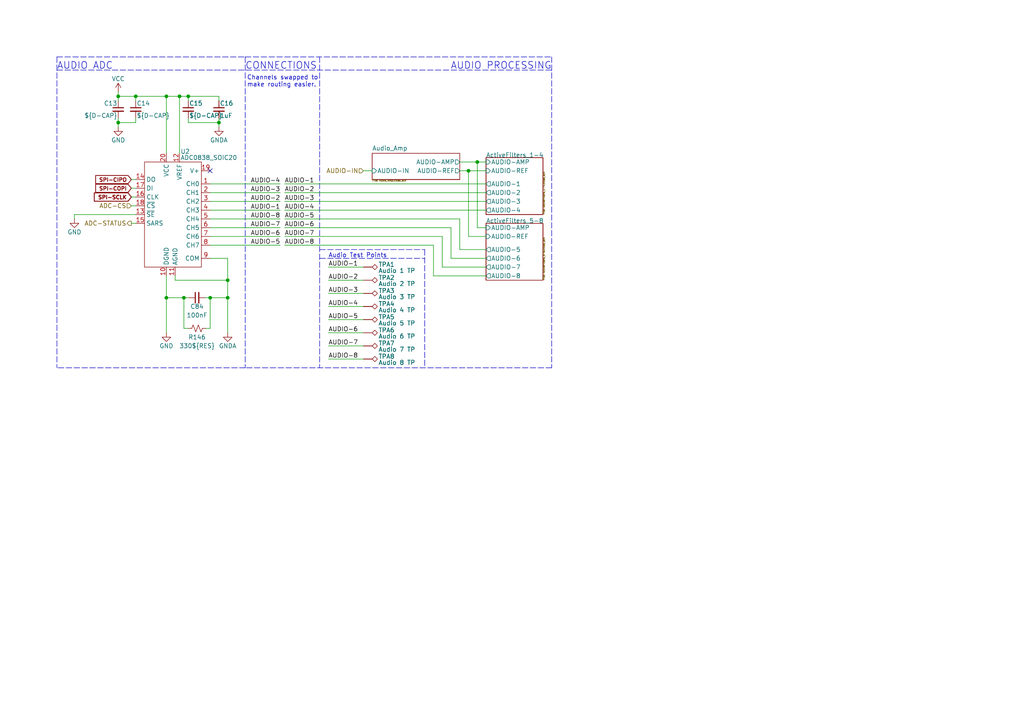
<source format=kicad_sch>
(kicad_sch (version 20211123) (generator eeschema)

  (uuid 9de4697c-4f87-4e67-af45-6a92d8fc09d9)

  (paper "A4")

  (title_block
    (title "LightDrum")
    (rev "REV7")
    (company "Daxxn Industries")
  )

  (lib_symbols
    (symbol "Connector:TestPoint_Alt" (pin_numbers hide) (pin_names (offset 0.762) hide) (in_bom yes) (on_board yes)
      (property "Reference" "TP" (id 0) (at 0 6.858 0)
        (effects (font (size 1.27 1.27)))
      )
      (property "Value" "TestPoint_Alt" (id 1) (at 0 5.08 0)
        (effects (font (size 1.27 1.27)))
      )
      (property "Footprint" "" (id 2) (at 5.08 0 0)
        (effects (font (size 1.27 1.27)) hide)
      )
      (property "Datasheet" "~" (id 3) (at 5.08 0 0)
        (effects (font (size 1.27 1.27)) hide)
      )
      (property "ki_keywords" "test point tp" (id 4) (at 0 0 0)
        (effects (font (size 1.27 1.27)) hide)
      )
      (property "ki_description" "test point (alternative shape)" (id 5) (at 0 0 0)
        (effects (font (size 1.27 1.27)) hide)
      )
      (property "ki_fp_filters" "Pin* Test*" (id 6) (at 0 0 0)
        (effects (font (size 1.27 1.27)) hide)
      )
      (symbol "TestPoint_Alt_0_1"
        (polyline
          (pts
            (xy 0 2.54)
            (xy -0.762 3.302)
            (xy 0 4.064)
            (xy 0.762 3.302)
            (xy 0 2.54)
          )
          (stroke (width 0) (type default) (color 0 0 0 0))
          (fill (type none))
        )
      )
      (symbol "TestPoint_Alt_1_1"
        (pin passive line (at 0 0 90) (length 2.54)
          (name "1" (effects (font (size 1.27 1.27))))
          (number "1" (effects (font (size 1.27 1.27))))
        )
      )
    )
    (symbol "Daxxn_IC:ADC0838_SOIC20" (in_bom yes) (on_board yes)
      (property "Reference" "U" (id 0) (at 12.7 1.27 0)
        (effects (font (size 1.27 1.27)) (justify left))
      )
      (property "Value" "ADC0838_SOIC20" (id 1) (at 12.7 3.81 0)
        (effects (font (size 1.27 1.27)) (justify left))
      )
      (property "Footprint" "Package_SO:SOIC-20W_7.5x12.8mm_P1.27mm" (id 2) (at 6.35 13.97 0)
        (effects (font (size 1.27 1.27)) hide)
      )
      (property "Datasheet" "C:\\Users\\Daxxn\\Documents\\Electrical\\Datasheets\\ADC0831.pdf" (id 3) (at 19.05 -6.35 0)
        (effects (font (size 0 0)) hide)
      )
      (property "ki_keywords" "adc 8 sar mux" (id 4) (at 0 0 0)
        (effects (font (size 1.27 1.27)) hide)
      )
      (property "ki_description" "8 Channel SAR ADC MUX" (id 5) (at 0 0 0)
        (effects (font (size 1.27 1.27)) hide)
      )
      (symbol "ADC0838_SOIC20_0_0"
        (pin input line (at 19.05 -6.35 180) (length 2.54)
          (name "CH0" (effects (font (size 1.27 1.27))))
          (number "1" (effects (font (size 1.27 1.27))))
        )
        (pin power_in line (at 6.35 -33.02 90) (length 2.54)
          (name "DGND" (effects (font (size 1.27 1.27))))
          (number "10" (effects (font (size 1.27 1.27))))
        )
        (pin power_in line (at 8.89 -33.02 90) (length 2.54)
          (name "AGND" (effects (font (size 1.27 1.27))))
          (number "11" (effects (font (size 1.27 1.27))))
        )
        (pin input line (at 10.16 2.54 270) (length 2.54)
          (name "VREF" (effects (font (size 1.27 1.27))))
          (number "12" (effects (font (size 1.27 1.27))))
        )
        (pin input line (at -2.54 -15.24 0) (length 2.54)
          (name "~{SE}" (effects (font (size 1.27 1.27))))
          (number "13" (effects (font (size 1.27 1.27))))
        )
        (pin output line (at -2.54 -5.08 0) (length 2.54)
          (name "DO" (effects (font (size 1.27 1.27))))
          (number "14" (effects (font (size 1.27 1.27))))
        )
        (pin output line (at -2.54 -17.78 0) (length 2.54)
          (name "SARS" (effects (font (size 1.27 1.27))))
          (number "15" (effects (font (size 1.27 1.27))))
        )
        (pin input line (at -2.54 -10.16 0) (length 2.54)
          (name "CLK" (effects (font (size 1.27 1.27))))
          (number "16" (effects (font (size 1.27 1.27))))
        )
        (pin input line (at -2.54 -7.62 0) (length 2.54)
          (name "DI" (effects (font (size 1.27 1.27))))
          (number "17" (effects (font (size 1.27 1.27))))
        )
        (pin input line (at -2.54 -12.7 0) (length 2.54)
          (name "~{CS}" (effects (font (size 1.27 1.27))))
          (number "18" (effects (font (size 1.27 1.27))))
        )
        (pin power_out line (at 19.05 -2.54 180) (length 2.54)
          (name "V+" (effects (font (size 1.27 1.27))))
          (number "19" (effects (font (size 1.27 1.27))))
        )
        (pin input line (at 19.05 -8.89 180) (length 2.54)
          (name "CH1" (effects (font (size 1.27 1.27))))
          (number "2" (effects (font (size 1.27 1.27))))
        )
        (pin power_in line (at 6.35 2.54 270) (length 2.54)
          (name "VCC" (effects (font (size 1.27 1.27))))
          (number "20" (effects (font (size 1.27 1.27))))
        )
        (pin input line (at 19.05 -11.43 180) (length 2.54)
          (name "CH2" (effects (font (size 1.27 1.27))))
          (number "3" (effects (font (size 1.27 1.27))))
        )
        (pin input line (at 19.05 -13.97 180) (length 2.54)
          (name "CH3" (effects (font (size 1.27 1.27))))
          (number "4" (effects (font (size 1.27 1.27))))
        )
        (pin input line (at 19.05 -16.51 180) (length 2.54)
          (name "CH4" (effects (font (size 1.27 1.27))))
          (number "5" (effects (font (size 1.27 1.27))))
        )
        (pin input line (at 19.05 -19.05 180) (length 2.54)
          (name "CH5" (effects (font (size 1.27 1.27))))
          (number "6" (effects (font (size 1.27 1.27))))
        )
        (pin input line (at 19.05 -21.59 180) (length 2.54)
          (name "CH6" (effects (font (size 1.27 1.27))))
          (number "7" (effects (font (size 1.27 1.27))))
        )
        (pin input line (at 19.05 -24.13 180) (length 2.54)
          (name "CH7" (effects (font (size 1.27 1.27))))
          (number "8" (effects (font (size 1.27 1.27))))
        )
        (pin input line (at 19.05 -27.94 180) (length 2.54)
          (name "COM" (effects (font (size 1.27 1.27))))
          (number "9" (effects (font (size 1.27 1.27))))
        )
      )
      (symbol "ADC0838_SOIC20_0_1"
        (rectangle (start 0 0) (end 16.51 -30.48)
          (stroke (width 0) (type default) (color 0 0 0 0))
          (fill (type none))
        )
      )
    )
    (symbol "Device:C_Small" (pin_numbers hide) (pin_names (offset 0.254) hide) (in_bom yes) (on_board yes)
      (property "Reference" "C" (id 0) (at 0.254 1.778 0)
        (effects (font (size 1.27 1.27)) (justify left))
      )
      (property "Value" "C_Small" (id 1) (at 0.254 -2.032 0)
        (effects (font (size 1.27 1.27)) (justify left))
      )
      (property "Footprint" "" (id 2) (at 0 0 0)
        (effects (font (size 1.27 1.27)) hide)
      )
      (property "Datasheet" "~" (id 3) (at 0 0 0)
        (effects (font (size 1.27 1.27)) hide)
      )
      (property "ki_keywords" "capacitor cap" (id 4) (at 0 0 0)
        (effects (font (size 1.27 1.27)) hide)
      )
      (property "ki_description" "Unpolarized capacitor, small symbol" (id 5) (at 0 0 0)
        (effects (font (size 1.27 1.27)) hide)
      )
      (property "ki_fp_filters" "C_*" (id 6) (at 0 0 0)
        (effects (font (size 1.27 1.27)) hide)
      )
      (symbol "C_Small_0_1"
        (polyline
          (pts
            (xy -1.524 -0.508)
            (xy 1.524 -0.508)
          )
          (stroke (width 0.3302) (type default) (color 0 0 0 0))
          (fill (type none))
        )
        (polyline
          (pts
            (xy -1.524 0.508)
            (xy 1.524 0.508)
          )
          (stroke (width 0.3048) (type default) (color 0 0 0 0))
          (fill (type none))
        )
      )
      (symbol "C_Small_1_1"
        (pin passive line (at 0 2.54 270) (length 2.032)
          (name "~" (effects (font (size 1.27 1.27))))
          (number "1" (effects (font (size 1.27 1.27))))
        )
        (pin passive line (at 0 -2.54 90) (length 2.032)
          (name "~" (effects (font (size 1.27 1.27))))
          (number "2" (effects (font (size 1.27 1.27))))
        )
      )
    )
    (symbol "Device:R_Small_US" (pin_numbers hide) (pin_names (offset 0.254) hide) (in_bom yes) (on_board yes)
      (property "Reference" "R" (id 0) (at 0.762 0.508 0)
        (effects (font (size 1.27 1.27)) (justify left))
      )
      (property "Value" "R_Small_US" (id 1) (at 0.762 -1.016 0)
        (effects (font (size 1.27 1.27)) (justify left))
      )
      (property "Footprint" "" (id 2) (at 0 0 0)
        (effects (font (size 1.27 1.27)) hide)
      )
      (property "Datasheet" "~" (id 3) (at 0 0 0)
        (effects (font (size 1.27 1.27)) hide)
      )
      (property "ki_keywords" "r resistor" (id 4) (at 0 0 0)
        (effects (font (size 1.27 1.27)) hide)
      )
      (property "ki_description" "Resistor, small US symbol" (id 5) (at 0 0 0)
        (effects (font (size 1.27 1.27)) hide)
      )
      (property "ki_fp_filters" "R_*" (id 6) (at 0 0 0)
        (effects (font (size 1.27 1.27)) hide)
      )
      (symbol "R_Small_US_1_1"
        (polyline
          (pts
            (xy 0 0)
            (xy 1.016 -0.381)
            (xy 0 -0.762)
            (xy -1.016 -1.143)
            (xy 0 -1.524)
          )
          (stroke (width 0) (type default) (color 0 0 0 0))
          (fill (type none))
        )
        (polyline
          (pts
            (xy 0 1.524)
            (xy 1.016 1.143)
            (xy 0 0.762)
            (xy -1.016 0.381)
            (xy 0 0)
          )
          (stroke (width 0) (type default) (color 0 0 0 0))
          (fill (type none))
        )
        (pin passive line (at 0 2.54 270) (length 1.016)
          (name "~" (effects (font (size 1.27 1.27))))
          (number "1" (effects (font (size 1.27 1.27))))
        )
        (pin passive line (at 0 -2.54 90) (length 1.016)
          (name "~" (effects (font (size 1.27 1.27))))
          (number "2" (effects (font (size 1.27 1.27))))
        )
      )
    )
    (symbol "power:GND" (power) (pin_names (offset 0)) (in_bom yes) (on_board yes)
      (property "Reference" "#PWR" (id 0) (at 0 -6.35 0)
        (effects (font (size 1.27 1.27)) hide)
      )
      (property "Value" "GND" (id 1) (at 0 -3.81 0)
        (effects (font (size 1.27 1.27)))
      )
      (property "Footprint" "" (id 2) (at 0 0 0)
        (effects (font (size 1.27 1.27)) hide)
      )
      (property "Datasheet" "" (id 3) (at 0 0 0)
        (effects (font (size 1.27 1.27)) hide)
      )
      (property "ki_keywords" "power-flag" (id 4) (at 0 0 0)
        (effects (font (size 1.27 1.27)) hide)
      )
      (property "ki_description" "Power symbol creates a global label with name \"GND\" , ground" (id 5) (at 0 0 0)
        (effects (font (size 1.27 1.27)) hide)
      )
      (symbol "GND_0_1"
        (polyline
          (pts
            (xy 0 0)
            (xy 0 -1.27)
            (xy 1.27 -1.27)
            (xy 0 -2.54)
            (xy -1.27 -1.27)
            (xy 0 -1.27)
          )
          (stroke (width 0) (type default) (color 0 0 0 0))
          (fill (type none))
        )
      )
      (symbol "GND_1_1"
        (pin power_in line (at 0 0 270) (length 0) hide
          (name "GND" (effects (font (size 1.27 1.27))))
          (number "1" (effects (font (size 1.27 1.27))))
        )
      )
    )
    (symbol "power:GNDA" (power) (pin_names (offset 0)) (in_bom yes) (on_board yes)
      (property "Reference" "#PWR" (id 0) (at 0 -6.35 0)
        (effects (font (size 1.27 1.27)) hide)
      )
      (property "Value" "GNDA" (id 1) (at 0 -3.81 0)
        (effects (font (size 1.27 1.27)))
      )
      (property "Footprint" "" (id 2) (at 0 0 0)
        (effects (font (size 1.27 1.27)) hide)
      )
      (property "Datasheet" "" (id 3) (at 0 0 0)
        (effects (font (size 1.27 1.27)) hide)
      )
      (property "ki_keywords" "power-flag" (id 4) (at 0 0 0)
        (effects (font (size 1.27 1.27)) hide)
      )
      (property "ki_description" "Power symbol creates a global label with name \"GNDA\" , analog ground" (id 5) (at 0 0 0)
        (effects (font (size 1.27 1.27)) hide)
      )
      (symbol "GNDA_0_1"
        (polyline
          (pts
            (xy 0 0)
            (xy 0 -1.27)
            (xy 1.27 -1.27)
            (xy 0 -2.54)
            (xy -1.27 -1.27)
            (xy 0 -1.27)
          )
          (stroke (width 0) (type default) (color 0 0 0 0))
          (fill (type none))
        )
      )
      (symbol "GNDA_1_1"
        (pin power_in line (at 0 0 270) (length 0) hide
          (name "GNDA" (effects (font (size 1.27 1.27))))
          (number "1" (effects (font (size 1.27 1.27))))
        )
      )
    )
    (symbol "power:VCC" (power) (pin_names (offset 0)) (in_bom yes) (on_board yes)
      (property "Reference" "#PWR" (id 0) (at 0 -3.81 0)
        (effects (font (size 1.27 1.27)) hide)
      )
      (property "Value" "VCC" (id 1) (at 0 3.81 0)
        (effects (font (size 1.27 1.27)))
      )
      (property "Footprint" "" (id 2) (at 0 0 0)
        (effects (font (size 1.27 1.27)) hide)
      )
      (property "Datasheet" "" (id 3) (at 0 0 0)
        (effects (font (size 1.27 1.27)) hide)
      )
      (property "ki_keywords" "power-flag" (id 4) (at 0 0 0)
        (effects (font (size 1.27 1.27)) hide)
      )
      (property "ki_description" "Power symbol creates a global label with name \"VCC\"" (id 5) (at 0 0 0)
        (effects (font (size 1.27 1.27)) hide)
      )
      (symbol "VCC_0_1"
        (polyline
          (pts
            (xy -0.762 1.27)
            (xy 0 2.54)
          )
          (stroke (width 0) (type default) (color 0 0 0 0))
          (fill (type none))
        )
        (polyline
          (pts
            (xy 0 0)
            (xy 0 2.54)
          )
          (stroke (width 0) (type default) (color 0 0 0 0))
          (fill (type none))
        )
        (polyline
          (pts
            (xy 0 2.54)
            (xy 0.762 1.27)
          )
          (stroke (width 0) (type default) (color 0 0 0 0))
          (fill (type none))
        )
      )
      (symbol "VCC_1_1"
        (pin power_in line (at 0 0 90) (length 0) hide
          (name "VCC" (effects (font (size 1.27 1.27))))
          (number "1" (effects (font (size 1.27 1.27))))
        )
      )
    )
  )

  (junction (at 53.34 86.36) (diameter 0) (color 0 0 0 0)
    (uuid 1fe98249-7252-4aef-9138-d6ac6857226d)
  )
  (junction (at 39.37 27.94) (diameter 0) (color 0 0 0 0)
    (uuid 5be08b83-3435-42bd-b844-7f904d0da267)
  )
  (junction (at 34.29 35.56) (diameter 0) (color 0 0 0 0)
    (uuid 720424dc-7b65-4426-98ed-52eababc55bf)
  )
  (junction (at 54.61 27.94) (diameter 0) (color 0 0 0 0)
    (uuid 7e25593f-fc47-48f6-abb8-5923c4a241a2)
  )
  (junction (at 135.89 49.53) (diameter 0) (color 0 0 0 0)
    (uuid 7eaf7724-5b8f-40a1-a4c8-97e5049b00c9)
  )
  (junction (at 66.04 86.36) (diameter 0) (color 0 0 0 0)
    (uuid ae36c354-6e00-4728-8a0f-194b54a4d148)
  )
  (junction (at 60.96 86.36) (diameter 0) (color 0 0 0 0)
    (uuid c4e85354-f157-4a83-a84d-d8ed6cc716bc)
  )
  (junction (at 52.07 27.94) (diameter 0) (color 0 0 0 0)
    (uuid ceade1e8-9b92-47a5-9874-5a7044cbf898)
  )
  (junction (at 48.26 27.94) (diameter 0) (color 0 0 0 0)
    (uuid d6fb60b5-abd4-42d7-9eb9-4f5120dadc5b)
  )
  (junction (at 138.43 46.99) (diameter 0) (color 0 0 0 0)
    (uuid e071e164-7237-48cf-a666-84aa9638fe60)
  )
  (junction (at 63.5 35.56) (diameter 0) (color 0 0 0 0)
    (uuid e0df43b9-6016-481b-be34-2d65ad2bdc4c)
  )
  (junction (at 48.26 86.36) (diameter 0) (color 0 0 0 0)
    (uuid e617bf34-e359-4f93-9ae1-74eade065f1c)
  )
  (junction (at 34.29 27.94) (diameter 0) (color 0 0 0 0)
    (uuid e8b5381b-ca73-461f-89c5-9fae05e9800e)
  )
  (junction (at 66.04 81.28) (diameter 0) (color 0 0 0 0)
    (uuid ed960ae7-2acf-4a8a-9899-a0a0e5e33d84)
  )

  (no_connect (at 60.96 49.53) (uuid c150c21e-06d2-443f-b20b-c9a44ca94a96))

  (wire (pts (xy 105.41 49.53) (xy 107.95 49.53))
    (stroke (width 0) (type default) (color 0 0 0 0))
    (uuid 000210dd-03f4-40ff-af52-72e4edab3a89)
  )
  (wire (pts (xy 63.5 34.29) (xy 63.5 35.56))
    (stroke (width 0) (type default) (color 0 0 0 0))
    (uuid 0028177d-0dda-4e4e-a997-0f6b9cf494da)
  )
  (wire (pts (xy 50.8 81.28) (xy 66.04 81.28))
    (stroke (width 0) (type default) (color 0 0 0 0))
    (uuid 0231b62a-44da-473a-9e39-493495686de1)
  )
  (wire (pts (xy 133.35 49.53) (xy 135.89 49.53))
    (stroke (width 0) (type default) (color 0 0 0 0))
    (uuid 0a67cbb0-f042-4543-9dd3-45f4fc887817)
  )
  (polyline (pts (xy 71.12 16.51) (xy 71.12 106.68))
    (stroke (width 0) (type default) (color 0 0 0 0))
    (uuid 0bea3b60-43f1-465a-91e9-fc6f0d842ce6)
  )

  (wire (pts (xy 53.34 95.25) (xy 54.61 95.25))
    (stroke (width 0) (type default) (color 0 0 0 0))
    (uuid 0d040dc1-e97e-40bd-843d-3dcf0a53a8de)
  )
  (wire (pts (xy 60.96 53.34) (xy 81.28 53.34))
    (stroke (width 0) (type default) (color 0 0 0 0))
    (uuid 1142559e-5000-4c1e-8089-633c3b4da67b)
  )
  (wire (pts (xy 135.89 49.53) (xy 135.89 68.58))
    (stroke (width 0) (type default) (color 0 0 0 0))
    (uuid 1da2563d-be80-45fe-8cb7-6dd818b3ae94)
  )
  (wire (pts (xy 138.43 46.99) (xy 140.97 46.99))
    (stroke (width 0) (type default) (color 0 0 0 0))
    (uuid 1e7db65c-bce7-4f4f-81f3-4ab82bf0adad)
  )
  (wire (pts (xy 105.41 96.52) (xy 95.25 96.52))
    (stroke (width 0) (type default) (color 0 0 0 0))
    (uuid 2246d4ad-9ac4-46c9-82d9-4234d5675a05)
  )
  (wire (pts (xy 138.43 66.04) (xy 140.97 66.04))
    (stroke (width 0) (type default) (color 0 0 0 0))
    (uuid 2365d18c-4075-4333-9736-c5c653d2b954)
  )
  (wire (pts (xy 128.27 68.58) (xy 128.27 77.47))
    (stroke (width 0) (type default) (color 0 0 0 0))
    (uuid 23daaf64-c47b-4526-b98e-261ba6c4dccc)
  )
  (wire (pts (xy 105.41 85.09) (xy 95.25 85.09))
    (stroke (width 0) (type default) (color 0 0 0 0))
    (uuid 24635f58-cd13-428a-a8f7-cb5f5046ecb6)
  )
  (wire (pts (xy 50.8 80.01) (xy 50.8 81.28))
    (stroke (width 0) (type default) (color 0 0 0 0))
    (uuid 29dbd1ec-2f97-49ec-9173-d7233ed81641)
  )
  (wire (pts (xy 39.37 27.94) (xy 48.26 27.94))
    (stroke (width 0) (type default) (color 0 0 0 0))
    (uuid 2b7b98d3-ad6d-4423-a1ee-82b7c397ad55)
  )
  (polyline (pts (xy 123.19 72.39) (xy 123.19 106.68))
    (stroke (width 0) (type default) (color 0 0 0 0))
    (uuid 2c2635b0-e0fe-4261-8226-72118d9d0326)
  )

  (wire (pts (xy 48.26 27.94) (xy 48.26 44.45))
    (stroke (width 0) (type default) (color 0 0 0 0))
    (uuid 2c8d132f-bacf-4266-8a65-98547ba43488)
  )
  (wire (pts (xy 105.41 77.47) (xy 95.25 77.47))
    (stroke (width 0) (type default) (color 0 0 0 0))
    (uuid 32318ce4-6ae5-40dd-94e0-8ad31f1176ee)
  )
  (wire (pts (xy 21.59 63.5) (xy 21.59 62.23))
    (stroke (width 0) (type default) (color 0 0 0 0))
    (uuid 356472de-9160-44e9-b72a-980bc9e0886b)
  )
  (wire (pts (xy 130.81 74.93) (xy 140.97 74.93))
    (stroke (width 0) (type default) (color 0 0 0 0))
    (uuid 3983f63b-40b7-4b49-a56d-746931d58fc7)
  )
  (wire (pts (xy 38.1 57.15) (xy 39.37 57.15))
    (stroke (width 0) (type default) (color 0 0 0 0))
    (uuid 3ee8e18d-d59c-4403-bc99-6bc7c50b891a)
  )
  (wire (pts (xy 60.96 60.96) (xy 81.28 60.96))
    (stroke (width 0) (type default) (color 0 0 0 0))
    (uuid 432bdc4a-1351-42a0-a092-d2ea810adb89)
  )
  (wire (pts (xy 82.55 63.5) (xy 133.35 63.5))
    (stroke (width 0) (type default) (color 0 0 0 0))
    (uuid 43ba42e7-ba3b-4934-8cf4-e06144eafeb4)
  )
  (wire (pts (xy 125.73 80.01) (xy 140.97 80.01))
    (stroke (width 0) (type default) (color 0 0 0 0))
    (uuid 46daab54-3eac-438b-acb8-a7f6027be9c1)
  )
  (polyline (pts (xy 92.71 72.39) (xy 123.19 72.39))
    (stroke (width 0) (type default) (color 0 0 0 0))
    (uuid 474c5af5-a0e5-4991-91a3-6b6b2bc39ae5)
  )

  (wire (pts (xy 82.55 53.34) (xy 140.97 53.34))
    (stroke (width 0) (type default) (color 0 0 0 0))
    (uuid 49d1ff6e-7564-4ee0-9b99-d4a443ae2707)
  )
  (wire (pts (xy 133.35 63.5) (xy 133.35 72.39))
    (stroke (width 0) (type default) (color 0 0 0 0))
    (uuid 4b48f219-2bbe-4239-a6a1-d52dba955009)
  )
  (wire (pts (xy 48.26 86.36) (xy 48.26 96.52))
    (stroke (width 0) (type default) (color 0 0 0 0))
    (uuid 4c14d978-4689-4843-b4dd-be7aff260f0c)
  )
  (polyline (pts (xy 16.51 16.51) (xy 16.51 106.68))
    (stroke (width 0) (type default) (color 0 0 0 0))
    (uuid 4edf8d3d-89af-4e91-97e6-8dec21962e6f)
  )

  (wire (pts (xy 52.07 27.94) (xy 54.61 27.94))
    (stroke (width 0) (type default) (color 0 0 0 0))
    (uuid 5192fa21-a891-4d11-8cbd-79febbdb4048)
  )
  (wire (pts (xy 59.69 95.25) (xy 60.96 95.25))
    (stroke (width 0) (type default) (color 0 0 0 0))
    (uuid 51ba27de-4c1a-40f0-bd33-de9accb35e8e)
  )
  (wire (pts (xy 135.89 68.58) (xy 140.97 68.58))
    (stroke (width 0) (type default) (color 0 0 0 0))
    (uuid 51e6af7e-e8b8-401a-8a79-707df310bdb8)
  )
  (wire (pts (xy 105.41 88.9) (xy 95.25 88.9))
    (stroke (width 0) (type default) (color 0 0 0 0))
    (uuid 5545cbda-33f2-4b4d-8f71-03f20a2e0c21)
  )
  (wire (pts (xy 38.1 59.69) (xy 39.37 59.69))
    (stroke (width 0) (type default) (color 0 0 0 0))
    (uuid 5644f264-7196-4575-8605-24a5942ca9c5)
  )
  (wire (pts (xy 21.59 62.23) (xy 39.37 62.23))
    (stroke (width 0) (type default) (color 0 0 0 0))
    (uuid 589d4c2d-edf2-4568-ab67-dde5e2c85f2c)
  )
  (wire (pts (xy 82.55 58.42) (xy 140.97 58.42))
    (stroke (width 0) (type default) (color 0 0 0 0))
    (uuid 64160da1-d309-4dca-b6f7-d5639707152a)
  )
  (wire (pts (xy 105.41 92.71) (xy 95.25 92.71))
    (stroke (width 0) (type default) (color 0 0 0 0))
    (uuid 641bc4d2-9133-4584-9b71-79d3c15643c1)
  )
  (wire (pts (xy 138.43 46.99) (xy 138.43 66.04))
    (stroke (width 0) (type default) (color 0 0 0 0))
    (uuid 6721b7e7-183e-4798-a8b7-073424d53f48)
  )
  (wire (pts (xy 34.29 34.29) (xy 34.29 35.56))
    (stroke (width 0) (type default) (color 0 0 0 0))
    (uuid 691fb579-e72b-4cfa-a75c-5afbef4d884b)
  )
  (wire (pts (xy 105.41 81.28) (xy 95.25 81.28))
    (stroke (width 0) (type default) (color 0 0 0 0))
    (uuid 6ebc413e-7d67-4b56-852f-db9240e059a1)
  )
  (polyline (pts (xy 71.12 106.68) (xy 16.51 106.68))
    (stroke (width 0) (type default) (color 0 0 0 0))
    (uuid 6f1d2edc-695d-4c7d-a4e2-0e5bd8d31318)
  )

  (wire (pts (xy 60.96 71.12) (xy 81.28 71.12))
    (stroke (width 0) (type default) (color 0 0 0 0))
    (uuid 7021ae0c-19bb-4360-9971-94ddb67e0bf9)
  )
  (wire (pts (xy 82.55 68.58) (xy 128.27 68.58))
    (stroke (width 0) (type default) (color 0 0 0 0))
    (uuid 72326c3f-7d6e-4d7b-95a1-50ce1a01f072)
  )
  (polyline (pts (xy 16.51 20.32) (xy 160.02 20.32))
    (stroke (width 0) (type default) (color 0 0 0 0))
    (uuid 74192cdb-ab86-495c-9da4-d47312dff8a8)
  )

  (wire (pts (xy 54.61 35.56) (xy 63.5 35.56))
    (stroke (width 0) (type default) (color 0 0 0 0))
    (uuid 788a5bc5-14ec-4c7c-a72c-f016dccaa24c)
  )
  (wire (pts (xy 63.5 35.56) (xy 63.5 36.83))
    (stroke (width 0) (type default) (color 0 0 0 0))
    (uuid 7a34e83e-c0da-4e8e-be17-9697072be6f3)
  )
  (wire (pts (xy 66.04 86.36) (xy 66.04 96.52))
    (stroke (width 0) (type default) (color 0 0 0 0))
    (uuid 7dcca0bf-0a68-4b6f-ae50-9a6304d5eb2a)
  )
  (wire (pts (xy 105.41 100.33) (xy 95.25 100.33))
    (stroke (width 0) (type default) (color 0 0 0 0))
    (uuid 7ecbe7f3-440e-4fb6-97f7-57640f1aeb0f)
  )
  (wire (pts (xy 82.55 71.12) (xy 125.73 71.12))
    (stroke (width 0) (type default) (color 0 0 0 0))
    (uuid 85919706-ee49-428f-b9cb-6a971a19b54a)
  )
  (wire (pts (xy 60.96 86.36) (xy 66.04 86.36))
    (stroke (width 0) (type default) (color 0 0 0 0))
    (uuid 87122937-a69e-4ec2-a05e-a8d52e463813)
  )
  (wire (pts (xy 38.1 54.61) (xy 39.37 54.61))
    (stroke (width 0) (type default) (color 0 0 0 0))
    (uuid 888fe00b-da9d-4d2d-bb2d-b60e9772b5ee)
  )
  (wire (pts (xy 82.55 55.88) (xy 140.97 55.88))
    (stroke (width 0) (type default) (color 0 0 0 0))
    (uuid 8a53a36c-7d27-4a2e-8a6f-c15c972829f9)
  )
  (wire (pts (xy 54.61 34.29) (xy 54.61 35.56))
    (stroke (width 0) (type default) (color 0 0 0 0))
    (uuid 8b45d178-7b4f-4144-8242-742888186625)
  )
  (wire (pts (xy 53.34 86.36) (xy 53.34 95.25))
    (stroke (width 0) (type default) (color 0 0 0 0))
    (uuid 9014b87f-918c-4a85-961a-9d9e390a8756)
  )
  (polyline (pts (xy 160.02 106.68) (xy 71.12 106.68))
    (stroke (width 0) (type default) (color 0 0 0 0))
    (uuid 910fc121-5bdf-41cb-89d8-6cdf52346289)
  )

  (wire (pts (xy 48.26 86.36) (xy 53.34 86.36))
    (stroke (width 0) (type default) (color 0 0 0 0))
    (uuid 917ad17f-a230-4871-850f-4d2561d919e3)
  )
  (wire (pts (xy 60.96 66.04) (xy 81.28 66.04))
    (stroke (width 0) (type default) (color 0 0 0 0))
    (uuid 927a1df8-11c6-4247-b857-5b5a6da56af8)
  )
  (wire (pts (xy 66.04 74.93) (xy 60.96 74.93))
    (stroke (width 0) (type default) (color 0 0 0 0))
    (uuid 92eacaa1-f011-4148-9e4f-8f6b811e6bf7)
  )
  (wire (pts (xy 52.07 27.94) (xy 52.07 44.45))
    (stroke (width 0) (type default) (color 0 0 0 0))
    (uuid 93446d10-d697-4bf0-8ae1-5e672d421b3c)
  )
  (wire (pts (xy 105.41 104.14) (xy 95.25 104.14))
    (stroke (width 0) (type default) (color 0 0 0 0))
    (uuid 95277b27-5939-4101-a9c7-9e76bc91f400)
  )
  (wire (pts (xy 135.89 49.53) (xy 140.97 49.53))
    (stroke (width 0) (type default) (color 0 0 0 0))
    (uuid 98c3495f-ae4f-4b2d-b5a2-6e5603cf6259)
  )
  (polyline (pts (xy 16.51 16.51) (xy 71.12 16.51))
    (stroke (width 0) (type default) (color 0 0 0 0))
    (uuid 9af23719-73b3-4d94-8157-b2765146773c)
  )

  (wire (pts (xy 34.29 27.94) (xy 39.37 27.94))
    (stroke (width 0) (type default) (color 0 0 0 0))
    (uuid 9ce60023-0d5b-4fdc-a10d-8d02477ce20a)
  )
  (polyline (pts (xy 71.12 16.51) (xy 160.02 16.51))
    (stroke (width 0) (type default) (color 0 0 0 0))
    (uuid 9dbff4d5-ed1f-492f-a7fa-b9718da49800)
  )

  (wire (pts (xy 54.61 27.94) (xy 63.5 27.94))
    (stroke (width 0) (type default) (color 0 0 0 0))
    (uuid a1254d98-d204-4429-8c4e-291e437ade27)
  )
  (wire (pts (xy 60.96 58.42) (xy 81.28 58.42))
    (stroke (width 0) (type default) (color 0 0 0 0))
    (uuid a38f0b2e-5593-47bb-bdf8-7fdf9812cd6f)
  )
  (wire (pts (xy 133.35 72.39) (xy 140.97 72.39))
    (stroke (width 0) (type default) (color 0 0 0 0))
    (uuid a44815c5-e98d-48a4-b7a5-27ecaac27a33)
  )
  (wire (pts (xy 130.81 66.04) (xy 130.81 74.93))
    (stroke (width 0) (type default) (color 0 0 0 0))
    (uuid a4fcfd2e-e27d-41d3-afb1-477c4a63387c)
  )
  (wire (pts (xy 133.35 46.99) (xy 138.43 46.99))
    (stroke (width 0) (type default) (color 0 0 0 0))
    (uuid a7339163-a7d9-44bd-a4d7-dac61bb19354)
  )
  (wire (pts (xy 34.29 35.56) (xy 39.37 35.56))
    (stroke (width 0) (type default) (color 0 0 0 0))
    (uuid ac4f9ded-a28b-4482-8d5d-0d99b3a62682)
  )
  (wire (pts (xy 66.04 81.28) (xy 66.04 86.36))
    (stroke (width 0) (type default) (color 0 0 0 0))
    (uuid ac788ac3-bca9-4ffd-99c3-9ddd7f8ea501)
  )
  (wire (pts (xy 60.96 63.5) (xy 81.28 63.5))
    (stroke (width 0) (type default) (color 0 0 0 0))
    (uuid ae106d39-2f62-4a3d-8b47-0a44742011b9)
  )
  (wire (pts (xy 53.34 86.36) (xy 54.61 86.36))
    (stroke (width 0) (type default) (color 0 0 0 0))
    (uuid ae2d482e-3483-4a23-bd34-cc338ceca209)
  )
  (wire (pts (xy 39.37 35.56) (xy 39.37 34.29))
    (stroke (width 0) (type default) (color 0 0 0 0))
    (uuid b3733718-0b68-4997-ae72-8a8e536da0b4)
  )
  (wire (pts (xy 125.73 71.12) (xy 125.73 80.01))
    (stroke (width 0) (type default) (color 0 0 0 0))
    (uuid b9e70c52-e12c-4002-b21d-ec67ccb6ba40)
  )
  (polyline (pts (xy 92.71 74.93) (xy 123.19 74.93))
    (stroke (width 0) (type default) (color 0 0 0 0))
    (uuid bb1c881a-a216-449e-abe2-b60b212c106d)
  )

  (wire (pts (xy 54.61 29.21) (xy 54.61 27.94))
    (stroke (width 0) (type default) (color 0 0 0 0))
    (uuid bca8c360-7318-46a5-917e-c9ac4ddb797d)
  )
  (wire (pts (xy 39.37 27.94) (xy 39.37 29.21))
    (stroke (width 0) (type default) (color 0 0 0 0))
    (uuid beae917e-5407-433e-a55b-4dcc41fdfa0c)
  )
  (wire (pts (xy 34.29 29.21) (xy 34.29 27.94))
    (stroke (width 0) (type default) (color 0 0 0 0))
    (uuid c4620d63-3779-4f27-9a93-c085271a57f9)
  )
  (wire (pts (xy 82.55 60.96) (xy 140.97 60.96))
    (stroke (width 0) (type default) (color 0 0 0 0))
    (uuid c81fd230-3565-409f-a59b-c0bd5ca8bfda)
  )
  (wire (pts (xy 60.96 95.25) (xy 60.96 86.36))
    (stroke (width 0) (type default) (color 0 0 0 0))
    (uuid cee9f1bb-7ad6-48e0-b441-55473384d0af)
  )
  (polyline (pts (xy 92.71 16.51) (xy 92.71 106.68))
    (stroke (width 0) (type default) (color 0 0 0 0))
    (uuid d8001998-ea2b-4e95-a3d2-89ab20a195a4)
  )

  (wire (pts (xy 66.04 74.93) (xy 66.04 81.28))
    (stroke (width 0) (type default) (color 0 0 0 0))
    (uuid da0151ef-bfc0-4643-a0a7-e7d206a03e64)
  )
  (wire (pts (xy 60.96 55.88) (xy 81.28 55.88))
    (stroke (width 0) (type default) (color 0 0 0 0))
    (uuid dcab3346-fcc9-4217-ba86-c5822fc7e56c)
  )
  (wire (pts (xy 63.5 27.94) (xy 63.5 29.21))
    (stroke (width 0) (type default) (color 0 0 0 0))
    (uuid dccf9ae4-03ac-4bf8-b321-d1632456d245)
  )
  (wire (pts (xy 34.29 35.56) (xy 34.29 36.83))
    (stroke (width 0) (type default) (color 0 0 0 0))
    (uuid e15fc275-be3e-418d-91e2-989c59f434cc)
  )
  (wire (pts (xy 128.27 77.47) (xy 140.97 77.47))
    (stroke (width 0) (type default) (color 0 0 0 0))
    (uuid e33580f7-f736-4fde-a8c0-9e3e35055f4c)
  )
  (wire (pts (xy 48.26 80.01) (xy 48.26 86.36))
    (stroke (width 0) (type default) (color 0 0 0 0))
    (uuid e865c199-06c5-4039-ad61-39c55b590398)
  )
  (wire (pts (xy 60.96 68.58) (xy 81.28 68.58))
    (stroke (width 0) (type default) (color 0 0 0 0))
    (uuid e9201fda-1242-456a-93ed-c621c53b6105)
  )
  (wire (pts (xy 82.55 66.04) (xy 130.81 66.04))
    (stroke (width 0) (type default) (color 0 0 0 0))
    (uuid ec61900c-efbd-48e8-9174-6f56abaa1837)
  )
  (wire (pts (xy 34.29 26.67) (xy 34.29 27.94))
    (stroke (width 0) (type default) (color 0 0 0 0))
    (uuid efb0b64c-38b4-4705-b87d-9ecb08147b64)
  )
  (polyline (pts (xy 160.02 16.51) (xy 160.02 106.68))
    (stroke (width 0) (type default) (color 0 0 0 0))
    (uuid efcaac67-5bc7-4de2-a8b5-6a68b20aab00)
  )

  (wire (pts (xy 38.1 52.07) (xy 39.37 52.07))
    (stroke (width 0) (type default) (color 0 0 0 0))
    (uuid f02ff04a-cbb7-4ac9-9a8e-b9adfb3a7e02)
  )
  (wire (pts (xy 59.69 86.36) (xy 60.96 86.36))
    (stroke (width 0) (type default) (color 0 0 0 0))
    (uuid f6d860fc-65b7-4d49-a0a8-f2a9e80c3489)
  )
  (wire (pts (xy 38.1 64.77) (xy 39.37 64.77))
    (stroke (width 0) (type default) (color 0 0 0 0))
    (uuid f809146a-5d69-4e52-8323-c8f7c0a542b6)
  )
  (wire (pts (xy 48.26 27.94) (xy 52.07 27.94))
    (stroke (width 0) (type default) (color 0 0 0 0))
    (uuid fe21fdf3-cec7-441d-b253-77586b61a99a)
  )

  (text "CONNECTIONS" (at 71.12 20.32 0)
    (effects (font (size 2 2)) (justify left bottom))
    (uuid 20c77849-0abb-458f-965e-9dd8f70d5007)
  )
  (text "AUDIO ADC" (at 16.51 20.32 0)
    (effects (font (size 2 2)) (justify left bottom))
    (uuid 780a188a-d9bc-48aa-ba83-396b82ff6458)
  )
  (text "Channels swapped to\nmake routing easier." (at 71.628 25.4 0)
    (effects (font (size 1.27 1.27)) (justify left bottom))
    (uuid 8729a5d3-d31f-4586-a66e-8b910c70a7a3)
  )
  (text "Audio Test Points" (at 95.25 74.93 0)
    (effects (font (size 1.27 1.27)) (justify left bottom))
    (uuid 9fc84264-31d4-495c-8660-2d1efe72d0d8)
  )
  (text "AUDIO PROCESSING" (at 160.02 20.32 180)
    (effects (font (size 2 2)) (justify right bottom))
    (uuid a7be04c7-a353-4c1c-805a-104c2d0493a3)
  )

  (label "AUDIO-5" (at 82.55 63.5 0)
    (effects (font (size 1.27 1.27)) (justify left bottom))
    (uuid 03a8add3-086f-438f-987b-3078d6a40863)
  )
  (label "AUDIO-2" (at 95.25 81.28 0)
    (effects (font (size 1.27 1.27)) (justify left bottom))
    (uuid 06164daf-8eb0-452e-8278-f52745477bac)
  )
  (label "AUDIO-6" (at 81.28 68.58 180)
    (effects (font (size 1.27 1.27)) (justify right bottom))
    (uuid 149ae1fa-d7cd-4c81-aebf-5b230c2a31a4)
  )
  (label "AUDIO-6" (at 82.55 66.04 0)
    (effects (font (size 1.27 1.27)) (justify left bottom))
    (uuid 16275c69-7911-4cac-a3d1-59a19210db58)
  )
  (label "AUDIO-4" (at 81.28 53.34 180)
    (effects (font (size 1.27 1.27)) (justify right bottom))
    (uuid 25331b67-64b7-43c5-b981-bb97e253c042)
  )
  (label "AUDIO-8" (at 81.28 63.5 180)
    (effects (font (size 1.27 1.27)) (justify right bottom))
    (uuid 2c121dd2-8fc0-4b2e-9d2a-b303a5ae5ae8)
  )
  (label "AUDIO-1" (at 81.28 60.96 180)
    (effects (font (size 1.27 1.27)) (justify right bottom))
    (uuid 3fcdedee-5517-4d01-9ab8-03ca2f4e9afe)
  )
  (label "AUDIO-1" (at 82.55 53.34 0)
    (effects (font (size 1.27 1.27)) (justify left bottom))
    (uuid 41c39730-a25c-44db-80d3-a393c5a06933)
  )
  (label "AUDIO-3" (at 82.55 58.42 0)
    (effects (font (size 1.27 1.27)) (justify left bottom))
    (uuid 456ec441-6555-4cec-b5a5-827576ab54af)
  )
  (label "AUDIO-2" (at 81.28 58.42 180)
    (effects (font (size 1.27 1.27)) (justify right bottom))
    (uuid 4d43a6ea-e10d-4d40-b08a-339a5f20fa40)
  )
  (label "AUDIO-3" (at 81.28 55.88 180)
    (effects (font (size 1.27 1.27)) (justify right bottom))
    (uuid 5706272c-a1d1-46c0-beea-8499e097a880)
  )
  (label "AUDIO-7" (at 82.55 68.58 0)
    (effects (font (size 1.27 1.27)) (justify left bottom))
    (uuid 6ab48606-eae7-4dfd-89c4-0f4a11a32eea)
  )
  (label "AUDIO-7" (at 95.25 100.33 0)
    (effects (font (size 1.27 1.27)) (justify left bottom))
    (uuid 6f1f4857-7ecd-424b-bb81-cfc53ed131a0)
  )
  (label "AUDIO-6" (at 95.25 96.52 0)
    (effects (font (size 1.27 1.27)) (justify left bottom))
    (uuid 81f2744d-e47a-460d-8bc7-a6ea233f7109)
  )
  (label "AUDIO-4" (at 82.55 60.96 0)
    (effects (font (size 1.27 1.27)) (justify left bottom))
    (uuid 94b1bf92-d33b-42a2-9c03-703d57a3cd72)
  )
  (label "AUDIO-8" (at 82.55 71.12 0)
    (effects (font (size 1.27 1.27)) (justify left bottom))
    (uuid 993f78b7-74d0-4de5-bec0-8c141bf90bff)
  )
  (label "AUDIO-2" (at 82.55 55.88 0)
    (effects (font (size 1.27 1.27)) (justify left bottom))
    (uuid a20e3e49-f77f-48e2-a237-40441d3240bb)
  )
  (label "AUDIO-5" (at 95.25 92.71 0)
    (effects (font (size 1.27 1.27)) (justify left bottom))
    (uuid ad036d7e-d009-4152-abf0-cc263d8eedeb)
  )
  (label "AUDIO-4" (at 95.25 88.9 0)
    (effects (font (size 1.27 1.27)) (justify left bottom))
    (uuid d14bcd7c-e627-4ea0-950f-d630bd5ccb55)
  )
  (label "AUDIO-8" (at 95.25 104.14 0)
    (effects (font (size 1.27 1.27)) (justify left bottom))
    (uuid d51b51fc-3423-4df0-82e4-b8768cb7319d)
  )
  (label "AUDIO-3" (at 95.25 85.09 0)
    (effects (font (size 1.27 1.27)) (justify left bottom))
    (uuid d6973742-ae41-4985-85ac-6db6191679d2)
  )
  (label "AUDIO-1" (at 95.25 77.47 0)
    (effects (font (size 1.27 1.27)) (justify left bottom))
    (uuid d763a3c0-882d-4fad-a7c2-d1be3e982b1e)
  )
  (label "AUDIO-5" (at 81.28 71.12 180)
    (effects (font (size 1.27 1.27)) (justify right bottom))
    (uuid df08fcd1-aae9-4ec8-857f-7ddbabd4fd48)
  )
  (label "AUDIO-7" (at 81.28 66.04 180)
    (effects (font (size 1.27 1.27)) (justify right bottom))
    (uuid eda6be30-58d1-4615-ac31-ccd3b13be9ca)
  )

  (global_label "SPI-CIPO" (shape input) (at 38.1 52.07 180) (fields_autoplaced)
    (effects (font (size 1.1 1.1) bold) (justify right))
    (uuid 166c8708-d311-4165-99cb-21ee9ff6c00b)
    (property "Intersheet References" "${INTERSHEET_REFS}" (id 0) (at 27.9355 51.96 0)
      (effects (font (size 1.1 1.1) bold) (justify right) hide)
    )
  )
  (global_label "SPI-COPI" (shape input) (at 38.1 54.61 180) (fields_autoplaced)
    (effects (font (size 1.1 1.1) bold) (justify right))
    (uuid 8e095a0e-04a9-4830-987f-fa78a569dd4e)
    (property "Intersheet References" "${INTERSHEET_REFS}" (id 0) (at 27.9355 54.5 0)
      (effects (font (size 1.1 1.1) bold) (justify right) hide)
    )
  )
  (global_label "SPI-SCLK" (shape input) (at 38.1 57.15 180) (fields_autoplaced)
    (effects (font (size 1.1 1.1) (thickness 0.254) bold) (justify right))
    (uuid a97513a2-18d2-49a5-9946-b56fe16923bb)
    (property "Intersheet References" "${INTERSHEET_REFS}" (id 0) (at 27.6056 57.023 0)
      (effects (font (size 1.1 1.1) (thickness 0.254) bold) (justify right) hide)
    )
  )

  (hierarchical_label "AUDIO-IN" (shape input) (at 105.41 49.53 180)
    (effects (font (size 1.27 1.27)) (justify right))
    (uuid 404509f2-0427-43de-a06a-32a8793e0886)
  )
  (hierarchical_label "ADC-STATUS" (shape output) (at 38.1 64.77 180)
    (effects (font (size 1.27 1.27)) (justify right))
    (uuid 869eaf0b-9a74-406d-af4d-b4438ac8e80d)
  )
  (hierarchical_label "ADC-CS" (shape input) (at 38.1 59.69 180)
    (effects (font (size 1.27 1.27)) (justify right))
    (uuid f885468f-7de5-43a2-bc16-282b2e1242e6)
  )

  (symbol (lib_id "power:GND") (at 48.26 96.52 0) (unit 1)
    (in_bom yes) (on_board yes)
    (uuid 11358ea8-e0af-4fed-aa3b-1eb6d5b5e49d)
    (property "Reference" "#PWR020" (id 0) (at 48.26 102.87 0)
      (effects (font (size 1.27 1.27)) hide)
    )
    (property "Value" "GND" (id 1) (at 48.26 100.33 0))
    (property "Footprint" "" (id 2) (at 48.26 96.52 0)
      (effects (font (size 1.27 1.27)) hide)
    )
    (property "Datasheet" "" (id 3) (at 48.26 96.52 0)
      (effects (font (size 1.27 1.27)) hide)
    )
    (pin "1" (uuid f8dec517-b403-47a3-9ec7-b3511e98874d))
  )

  (symbol (lib_id "Connector:TestPoint_Alt") (at 105.41 92.71 270) (unit 1)
    (in_bom yes) (on_board yes)
    (uuid 13ef08a4-86c8-4018-9974-795594dfac8b)
    (property "Reference" "TPA5" (id 0) (at 109.728 91.948 90)
      (effects (font (size 1.27 1.27)) (justify left))
    )
    (property "Value" "Audio 5 TP" (id 1) (at 109.728 93.726 90)
      (effects (font (size 1.27 1.27)) (justify left))
    )
    (property "Footprint" "TestPoint:TestPoint_Loop_D2.54mm_Drill1.5mm_Beaded" (id 2) (at 105.41 97.79 0)
      (effects (font (size 1.27 1.27)) hide)
    )
    (property "Datasheet" "~" (id 3) (at 105.41 97.79 0)
      (effects (font (size 1.27 1.27)) hide)
    )
    (pin "1" (uuid 2111b56d-ca2c-4534-b481-584f1e68dcd6))
  )

  (symbol (lib_id "Daxxn_IC:ADC0838_SOIC20") (at 41.91 46.99 0) (unit 1)
    (in_bom yes) (on_board yes)
    (uuid 19f2e47b-b861-40a9-a70c-9641e58fbe17)
    (property "Reference" "U2" (id 0) (at 52.324 43.942 0)
      (effects (font (size 1.27 1.27)) (justify left))
    )
    (property "Value" "ADC0838_SOIC20" (id 1) (at 52.324 45.72 0)
      (effects (font (size 1.27 1.27)) (justify left))
    )
    (property "Footprint" "Package_SO:SOIC-20W_7.5x12.8mm_P1.27mm" (id 2) (at 48.26 33.02 0)
      (effects (font (size 1.27 1.27)) hide)
    )
    (property "Datasheet" "C:\\Users\\Daxxn\\Documents\\Electrical\\Datasheets\\ADC0831.pdf" (id 3) (at 60.96 53.34 0)
      (effects (font (size 0 0)) hide)
    )
    (pin "1" (uuid 2ed47819-d200-4716-8cd5-ba1e14c8bdf1))
    (pin "10" (uuid 2cbe4be5-9a74-4d66-9c4d-a615886ed5c0))
    (pin "11" (uuid 3b74e1ae-6232-4105-a4c5-f2c16552e83a))
    (pin "12" (uuid 806b5c6d-e965-447d-83c3-f8e842582b04))
    (pin "13" (uuid 2006f9d0-9fc5-442d-a55d-5c6cecd1f4eb))
    (pin "14" (uuid 26eebdcb-a79a-4829-8b25-91c1030fea07))
    (pin "15" (uuid 8bde93d1-69bb-4f8e-97b6-d5930276f5bc))
    (pin "16" (uuid 10b3c737-f566-4aff-914f-814f5c4d78b9))
    (pin "17" (uuid e31ece18-d52a-4f34-9666-f95bc147f11d))
    (pin "18" (uuid 8517eb6e-0f58-43c5-baed-e85f3e714e55))
    (pin "19" (uuid 4b6bf893-5917-46b8-ae72-357dfe513575))
    (pin "2" (uuid 7b14bd96-82d2-46c6-b972-ce8ed34d45e5))
    (pin "20" (uuid b180ebe6-7430-4b8f-9ceb-043b8ce6aed6))
    (pin "3" (uuid 598f86e4-7be1-408f-80be-368a2e3a020a))
    (pin "4" (uuid 5be86530-51f4-4480-8f98-11e59a26e443))
    (pin "5" (uuid 209e0e4b-4de9-4188-98e5-2306c06c1169))
    (pin "6" (uuid 6f3dbf5f-feec-480c-bc63-47899d9cae8f))
    (pin "7" (uuid 2773a380-cbf2-47f5-b9ab-95c96f6c15f1))
    (pin "8" (uuid 980bdbb0-9dea-4276-8f52-b448f7dfad2f))
    (pin "9" (uuid b358c1db-be9b-470b-95de-fe9ef6645683))
  )

  (symbol (lib_id "Connector:TestPoint_Alt") (at 105.41 88.9 270) (unit 1)
    (in_bom yes) (on_board yes)
    (uuid 1ffb0467-f870-4f7e-b0d2-dd24c911a009)
    (property "Reference" "TPA4" (id 0) (at 109.728 88.138 90)
      (effects (font (size 1.27 1.27)) (justify left))
    )
    (property "Value" "Audio 4 TP" (id 1) (at 109.728 89.916 90)
      (effects (font (size 1.27 1.27)) (justify left))
    )
    (property "Footprint" "TestPoint:TestPoint_Loop_D2.54mm_Drill1.5mm_Beaded" (id 2) (at 105.41 93.98 0)
      (effects (font (size 1.27 1.27)) hide)
    )
    (property "Datasheet" "~" (id 3) (at 105.41 93.98 0)
      (effects (font (size 1.27 1.27)) hide)
    )
    (pin "1" (uuid 3cfccf65-b311-453e-8abc-ba4eb9038cd8))
  )

  (symbol (lib_id "Device:C_Small") (at 57.15 86.36 90) (unit 1)
    (in_bom yes) (on_board yes)
    (uuid 3ded5ba3-64ac-4cf1-b127-a2cc32f46826)
    (property "Reference" "C84" (id 0) (at 57.15 88.9 90))
    (property "Value" "100nF" (id 1) (at 57.15 91.44 90))
    (property "Footprint" "Capacitor_SMD:C_0805_2012Metric" (id 2) (at 57.15 86.36 0)
      (effects (font (size 1.27 1.27)) hide)
    )
    (property "Datasheet" "~" (id 3) (at 57.15 86.36 0)
      (effects (font (size 1.27 1.27)) hide)
    )
    (pin "1" (uuid f011da08-86c7-4a23-a9a7-7c031b8bc4ad))
    (pin "2" (uuid 79cb4627-3fe6-4da3-8012-78738ce08e2d))
  )

  (symbol (lib_id "Device:C_Small") (at 63.5 31.75 0) (unit 1)
    (in_bom yes) (on_board yes)
    (uuid 3f090eb0-9d19-4e24-9949-e5b625083f36)
    (property "Reference" "C16" (id 0) (at 63.754 29.972 0)
      (effects (font (size 1.27 1.27)) (justify left))
    )
    (property "Value" "1uF" (id 1) (at 63.754 33.528 0)
      (effects (font (size 1.27 1.27)) (justify left))
    )
    (property "Footprint" "Capacitor_SMD:C_0805_2012Metric" (id 2) (at 63.5 31.75 0)
      (effects (font (size 1.27 1.27)) hide)
    )
    (property "Datasheet" "~" (id 3) (at 63.5 31.75 0)
      (effects (font (size 1.27 1.27)) hide)
    )
    (pin "1" (uuid cefc9710-0b71-4337-abe6-1b5af07ba553))
    (pin "2" (uuid e4acf103-1582-47f5-978a-1c696aea1add))
  )

  (symbol (lib_id "Device:C_Small") (at 39.37 31.75 0) (unit 1)
    (in_bom yes) (on_board yes)
    (uuid 79eeb7e8-8e4c-4af4-b8ab-1d060f0c984f)
    (property "Reference" "C14" (id 0) (at 39.624 29.972 0)
      (effects (font (size 1.27 1.27)) (justify left))
    )
    (property "Value" "${D-CAP}" (id 1) (at 39.624 33.528 0)
      (effects (font (size 1.27 1.27)) (justify left))
    )
    (property "Footprint" "Capacitor_SMD:C_0805_2012Metric" (id 2) (at 39.37 31.75 0)
      (effects (font (size 1.27 1.27)) hide)
    )
    (property "Datasheet" "~" (id 3) (at 39.37 31.75 0)
      (effects (font (size 1.27 1.27)) hide)
    )
    (pin "1" (uuid 56406eed-6ed3-40e6-a788-59059c9680a5))
    (pin "2" (uuid 5a5d3a53-d173-4fbd-ba49-527d9894e2b8))
  )

  (symbol (lib_id "Connector:TestPoint_Alt") (at 105.41 100.33 270) (unit 1)
    (in_bom yes) (on_board yes)
    (uuid 93b815d1-effb-45e0-83c2-f85956b00b52)
    (property "Reference" "TPA7" (id 0) (at 109.728 99.568 90)
      (effects (font (size 1.27 1.27)) (justify left))
    )
    (property "Value" "Audio 7 TP" (id 1) (at 109.728 101.346 90)
      (effects (font (size 1.27 1.27)) (justify left))
    )
    (property "Footprint" "TestPoint:TestPoint_Loop_D2.54mm_Drill1.5mm_Beaded" (id 2) (at 105.41 105.41 0)
      (effects (font (size 1.27 1.27)) hide)
    )
    (property "Datasheet" "~" (id 3) (at 105.41 105.41 0)
      (effects (font (size 1.27 1.27)) hide)
    )
    (pin "1" (uuid 4ab1ae04-d889-475a-b666-19ab1444b3e9))
  )

  (symbol (lib_id "Connector:TestPoint_Alt") (at 105.41 85.09 270) (unit 1)
    (in_bom yes) (on_board yes)
    (uuid 9f13a396-9d67-481c-9748-e18926c1afc1)
    (property "Reference" "TPA3" (id 0) (at 109.728 84.328 90)
      (effects (font (size 1.27 1.27)) (justify left))
    )
    (property "Value" "Audio 3 TP" (id 1) (at 109.728 86.106 90)
      (effects (font (size 1.27 1.27)) (justify left))
    )
    (property "Footprint" "TestPoint:TestPoint_Loop_D2.54mm_Drill1.5mm_Beaded" (id 2) (at 105.41 90.17 0)
      (effects (font (size 1.27 1.27)) hide)
    )
    (property "Datasheet" "~" (id 3) (at 105.41 90.17 0)
      (effects (font (size 1.27 1.27)) hide)
    )
    (pin "1" (uuid 164b6035-3538-4655-940a-35160bfa6942))
  )

  (symbol (lib_id "power:VCC") (at 34.29 26.67 0) (unit 1)
    (in_bom yes) (on_board yes)
    (uuid bbe95ff8-51f4-495f-aa2a-4a894af81a75)
    (property "Reference" "#PWR018" (id 0) (at 34.29 30.48 0)
      (effects (font (size 1.27 1.27)) hide)
    )
    (property "Value" "VCC" (id 1) (at 34.29 22.86 0))
    (property "Footprint" "" (id 2) (at 34.29 26.67 0)
      (effects (font (size 1.27 1.27)) hide)
    )
    (property "Datasheet" "" (id 3) (at 34.29 26.67 0)
      (effects (font (size 1.27 1.27)) hide)
    )
    (pin "1" (uuid f338735a-524c-4d67-b6c8-86327ea71ad4))
  )

  (symbol (lib_id "power:GND") (at 34.29 36.83 0) (unit 1)
    (in_bom yes) (on_board yes)
    (uuid c0f488cd-9920-4a87-9d53-ac8243831666)
    (property "Reference" "#PWR019" (id 0) (at 34.29 43.18 0)
      (effects (font (size 1.27 1.27)) hide)
    )
    (property "Value" "GND" (id 1) (at 34.29 40.64 0))
    (property "Footprint" "" (id 2) (at 34.29 36.83 0)
      (effects (font (size 1.27 1.27)) hide)
    )
    (property "Datasheet" "" (id 3) (at 34.29 36.83 0)
      (effects (font (size 1.27 1.27)) hide)
    )
    (pin "1" (uuid 9d531345-3ebd-46e0-8603-fcdd93045a5e))
  )

  (symbol (lib_id "power:GNDA") (at 63.5 36.83 0) (unit 1)
    (in_bom yes) (on_board yes)
    (uuid c25e8413-5162-4c3a-a77d-47561c1ad6ac)
    (property "Reference" "#PWR0118" (id 0) (at 63.5 43.18 0)
      (effects (font (size 1.27 1.27)) hide)
    )
    (property "Value" "GNDA" (id 1) (at 63.5 40.64 0))
    (property "Footprint" "" (id 2) (at 63.5 36.83 0)
      (effects (font (size 1.27 1.27)) hide)
    )
    (property "Datasheet" "" (id 3) (at 63.5 36.83 0)
      (effects (font (size 1.27 1.27)) hide)
    )
    (pin "1" (uuid 6da4e39b-afd1-489e-8c32-ef340d8f69ff))
  )

  (symbol (lib_id "Connector:TestPoint_Alt") (at 105.41 81.28 270) (unit 1)
    (in_bom yes) (on_board yes)
    (uuid ca93ac02-8287-4d02-97b2-9f4b7d5ae03a)
    (property "Reference" "TPA2" (id 0) (at 109.728 80.518 90)
      (effects (font (size 1.27 1.27)) (justify left))
    )
    (property "Value" "Audio 2 TP" (id 1) (at 109.728 82.296 90)
      (effects (font (size 1.27 1.27)) (justify left))
    )
    (property "Footprint" "TestPoint:TestPoint_Loop_D2.54mm_Drill1.5mm_Beaded" (id 2) (at 105.41 86.36 0)
      (effects (font (size 1.27 1.27)) hide)
    )
    (property "Datasheet" "~" (id 3) (at 105.41 86.36 0)
      (effects (font (size 1.27 1.27)) hide)
    )
    (pin "1" (uuid c9b62051-80b5-438e-9d9f-83afcbe23cff))
  )

  (symbol (lib_id "Connector:TestPoint_Alt") (at 105.41 104.14 270) (unit 1)
    (in_bom yes) (on_board yes)
    (uuid d1ce0fe1-55d5-4f4c-a40f-4905ffbae7fe)
    (property "Reference" "TPA8" (id 0) (at 109.728 103.378 90)
      (effects (font (size 1.27 1.27)) (justify left))
    )
    (property "Value" "Audio 8 TP" (id 1) (at 109.728 105.156 90)
      (effects (font (size 1.27 1.27)) (justify left))
    )
    (property "Footprint" "TestPoint:TestPoint_Loop_D2.54mm_Drill1.5mm_Beaded" (id 2) (at 105.41 109.22 0)
      (effects (font (size 1.27 1.27)) hide)
    )
    (property "Datasheet" "~" (id 3) (at 105.41 109.22 0)
      (effects (font (size 1.27 1.27)) hide)
    )
    (pin "1" (uuid 592900bd-4aa9-4ca5-90e5-cc04c65e6ddd))
  )

  (symbol (lib_id "power:GND") (at 21.59 63.5 0) (unit 1)
    (in_bom yes) (on_board yes)
    (uuid dff7e3df-afd7-4fb0-a535-31c98b0b94c4)
    (property "Reference" "#PWR017" (id 0) (at 21.59 69.85 0)
      (effects (font (size 1.27 1.27)) hide)
    )
    (property "Value" "GND" (id 1) (at 21.59 67.31 0))
    (property "Footprint" "" (id 2) (at 21.59 63.5 0)
      (effects (font (size 1.27 1.27)) hide)
    )
    (property "Datasheet" "" (id 3) (at 21.59 63.5 0)
      (effects (font (size 1.27 1.27)) hide)
    )
    (pin "1" (uuid 61cad058-0e69-46c6-9db9-ba42489d4d35))
  )

  (symbol (lib_id "Device:R_Small_US") (at 57.15 95.25 90) (unit 1)
    (in_bom yes) (on_board yes)
    (uuid e15cda9d-5d4a-45fc-92fb-3894cab13c8a)
    (property "Reference" "R146" (id 0) (at 57.15 97.79 90))
    (property "Value" "330${RES}" (id 1) (at 57.15 100.33 90))
    (property "Footprint" "Resistor_SMD:R_0805_2012Metric" (id 2) (at 57.15 95.25 0)
      (effects (font (size 1.27 1.27)) hide)
    )
    (property "Datasheet" "~" (id 3) (at 57.15 95.25 0)
      (effects (font (size 1.27 1.27)) hide)
    )
    (pin "1" (uuid ff62b7fc-46ee-46a5-9cef-4b9b8766ea6c))
    (pin "2" (uuid 9b88e44f-c9ea-4f64-b476-2e36edb28789))
  )

  (symbol (lib_id "Device:C_Small") (at 54.61 31.75 0) (unit 1)
    (in_bom yes) (on_board yes)
    (uuid e968d699-0ab3-49c9-b2be-89999fec1365)
    (property "Reference" "C15" (id 0) (at 54.864 29.972 0)
      (effects (font (size 1.27 1.27)) (justify left))
    )
    (property "Value" "${D-CAP}" (id 1) (at 54.864 33.528 0)
      (effects (font (size 1.27 1.27)) (justify left))
    )
    (property "Footprint" "Capacitor_SMD:C_0805_2012Metric" (id 2) (at 54.61 31.75 0)
      (effects (font (size 1.27 1.27)) hide)
    )
    (property "Datasheet" "~" (id 3) (at 54.61 31.75 0)
      (effects (font (size 1.27 1.27)) hide)
    )
    (pin "1" (uuid 5f935015-d384-4cfb-9701-0c83f256afdc))
    (pin "2" (uuid f2fcc213-1d6e-45a0-a81b-aca6b0f52a5e))
  )

  (symbol (lib_id "Connector:TestPoint_Alt") (at 105.41 96.52 270) (unit 1)
    (in_bom yes) (on_board yes)
    (uuid f31de3bd-1a3e-48d0-bac8-81dd543f0302)
    (property "Reference" "TPA6" (id 0) (at 109.728 95.758 90)
      (effects (font (size 1.27 1.27)) (justify left))
    )
    (property "Value" "Audio 6 TP" (id 1) (at 109.728 97.536 90)
      (effects (font (size 1.27 1.27)) (justify left))
    )
    (property "Footprint" "TestPoint:TestPoint_Loop_D2.54mm_Drill1.5mm_Beaded" (id 2) (at 105.41 101.6 0)
      (effects (font (size 1.27 1.27)) hide)
    )
    (property "Datasheet" "~" (id 3) (at 105.41 101.6 0)
      (effects (font (size 1.27 1.27)) hide)
    )
    (pin "1" (uuid f4e5f970-e75d-41e9-a90d-1c1e287ad689))
  )

  (symbol (lib_id "Connector:TestPoint_Alt") (at 105.41 77.47 270) (unit 1)
    (in_bom yes) (on_board yes)
    (uuid f7405983-cbbf-426c-83f6-d9e52b2666a1)
    (property "Reference" "TPA1" (id 0) (at 109.728 76.708 90)
      (effects (font (size 1.27 1.27)) (justify left))
    )
    (property "Value" "Audio 1 TP" (id 1) (at 109.728 78.486 90)
      (effects (font (size 1.27 1.27)) (justify left))
    )
    (property "Footprint" "TestPoint:TestPoint_Loop_D2.54mm_Drill1.5mm_Beaded" (id 2) (at 105.41 82.55 0)
      (effects (font (size 1.27 1.27)) hide)
    )
    (property "Datasheet" "~" (id 3) (at 105.41 82.55 0)
      (effects (font (size 1.27 1.27)) hide)
    )
    (pin "1" (uuid 6f135543-fc1f-499e-a1a9-733bb4150977))
  )

  (symbol (lib_id "power:GNDA") (at 66.04 96.52 0) (unit 1)
    (in_bom yes) (on_board yes)
    (uuid f973be83-0457-4556-93f9-ee1111159013)
    (property "Reference" "#PWR092" (id 0) (at 66.04 102.87 0)
      (effects (font (size 1.27 1.27)) hide)
    )
    (property "Value" "GNDA" (id 1) (at 66.04 100.33 0))
    (property "Footprint" "" (id 2) (at 66.04 96.52 0)
      (effects (font (size 1.27 1.27)) hide)
    )
    (property "Datasheet" "" (id 3) (at 66.04 96.52 0)
      (effects (font (size 1.27 1.27)) hide)
    )
    (pin "1" (uuid d4aba921-533d-478e-9a8b-92ba53673f2e))
  )

  (symbol (lib_id "Device:C_Small") (at 34.29 31.75 0) (unit 1)
    (in_bom yes) (on_board yes)
    (uuid fc541460-b086-4d66-9b6e-041f4af6a21e)
    (property "Reference" "C13" (id 0) (at 34.036 29.972 0)
      (effects (font (size 1.27 1.27)) (justify right))
    )
    (property "Value" "${D-CAP}" (id 1) (at 34.036 33.528 0)
      (effects (font (size 1.27 1.27)) (justify right))
    )
    (property "Footprint" "Capacitor_SMD:C_0805_2012Metric" (id 2) (at 34.29 31.75 0)
      (effects (font (size 1.27 1.27)) hide)
    )
    (property "Datasheet" "~" (id 3) (at 34.29 31.75 0)
      (effects (font (size 1.27 1.27)) hide)
    )
    (pin "1" (uuid 644381c5-4f80-49bf-97ac-c0781cf1be8b))
    (pin "2" (uuid 878f06c0-b32f-461a-aaba-e155391734c6))
  )

  (sheet (at 107.95 44.45) (size 25.4 7.62)
    (stroke (width 0.1524) (type solid) (color 0 0 0 0))
    (fill (color 0 0 0 0.0000))
    (uuid 6c84822a-e46e-4f43-9009-65c4864117d6)
    (property "Sheet name" "Audio_Amp" (id 0) (at 107.95 43.7384 0)
      (effects (font (size 1.27 1.27)) (justify left bottom))
    )
    (property "Sheet file" "Audio_Amp.kicad_sch" (id 1) (at 107.95 52.07 0)
      (effects (font (size 0.5 0.5)) (justify left top))
    )
    (pin "AUDIO-IN" input (at 107.95 49.53 180)
      (effects (font (size 1.27 1.27)) (justify left))
      (uuid c863eae2-03ee-4048-8cda-8eb51f1dbea1)
    )
    (pin "AUDIO-AMP" output (at 133.35 46.99 0)
      (effects (font (size 1.27 1.27)) (justify right))
      (uuid e5e9476d-e2f7-46d9-95e1-f3147008cf7e)
    )
    (pin "AUDIO-REF" output (at 133.35 49.53 0)
      (effects (font (size 1.27 1.27)) (justify right))
      (uuid 86415a13-d671-463d-a4eb-bf43d7e8040a)
    )
  )

  (sheet (at 140.97 64.77) (size 16.51 16.51)
    (stroke (width 0.1524) (type solid) (color 0 0 0 0))
    (fill (color 0 0 0 0.0000))
    (uuid 904dbe18-2c94-4aad-9e31-ee34d07e3800)
    (property "Sheet name" "ActiveFilters_5-8" (id 0) (at 140.97 64.77 0)
      (effects (font (size 1.27 1.27)) (justify left bottom))
    )
    (property "Sheet file" "ActiveFilters_5-8.kicad_sch" (id 1) (at 157.48 81.28 90)
      (effects (font (size 0.5 0.5)) (justify left top))
    )
    (pin "AUDIO-AMP" input (at 140.97 66.04 180)
      (effects (font (size 1.27 1.27)) (justify left))
      (uuid f5b53183-2ce1-44e2-983e-ce8866e73048)
    )
    (pin "AUDIO-REF" input (at 140.97 68.58 180)
      (effects (font (size 1.27 1.27)) (justify left))
      (uuid 7e569790-7ac7-4003-832a-6c5389090863)
    )
    (pin "AUDIO-6" output (at 140.97 74.93 180)
      (effects (font (size 1.27 1.27)) (justify left))
      (uuid 206f7452-45c9-43cd-bb9d-db2017ce83fd)
    )
    (pin "AUDIO-5" output (at 140.97 72.39 180)
      (effects (font (size 1.27 1.27)) (justify left))
      (uuid 0ef585b1-4d66-4807-a4fb-14a0357c7f78)
    )
    (pin "AUDIO-8" output (at 140.97 80.01 180)
      (effects (font (size 1.27 1.27)) (justify left))
      (uuid 009fffaa-a752-48d1-8c28-302668bbdb04)
    )
    (pin "AUDIO-7" output (at 140.97 77.47 180)
      (effects (font (size 1.27 1.27)) (justify left))
      (uuid 53a9e209-2ff7-498a-a8db-f140b2377335)
    )
  )

  (sheet (at 140.97 45.72) (size 16.51 16.51)
    (stroke (width 0.1524) (type solid) (color 0 0 0 0))
    (fill (color 0 0 0 0.0000))
    (uuid c95f1823-cb38-4b86-9e8b-5697e551de7a)
    (property "Sheet name" "ActiveFilters_1-4" (id 0) (at 140.97 45.72 0)
      (effects (font (size 1.27 1.27)) (justify left bottom))
    )
    (property "Sheet file" "ActiveFilters_1-4.kicad_sch" (id 1) (at 157.48 62.23 90)
      (effects (font (size 0.5 0.5)) (justify left top))
    )
    (pin "AUDIO-AMP" input (at 140.97 46.99 180)
      (effects (font (size 1.27 1.27)) (justify left))
      (uuid f4734a2f-3ce8-4468-8e19-e2dde98e626a)
    )
    (pin "AUDIO-REF" input (at 140.97 49.53 180)
      (effects (font (size 1.27 1.27)) (justify left))
      (uuid 16ea24f0-4fdf-437b-b735-744072b8387b)
    )
    (pin "AUDIO-4" output (at 140.97 60.96 180)
      (effects (font (size 1.27 1.27)) (justify left))
      (uuid f25b0e16-2c48-460d-8dcf-0a249c713b8b)
    )
    (pin "AUDIO-3" output (at 140.97 58.42 180)
      (effects (font (size 1.27 1.27)) (justify left))
      (uuid 2b7d245d-2680-42ec-9298-fbb20425e195)
    )
    (pin "AUDIO-1" output (at 140.97 53.34 180)
      (effects (font (size 1.27 1.27)) (justify left))
      (uuid 12429de2-71c8-4068-92f5-8c722f4d9ecf)
    )
    (pin "AUDIO-2" output (at 140.97 55.88 180)
      (effects (font (size 1.27 1.27)) (justify left))
      (uuid eb0764d2-35f4-4065-bf2e-6012b7de1f13)
    )
  )
)

</source>
